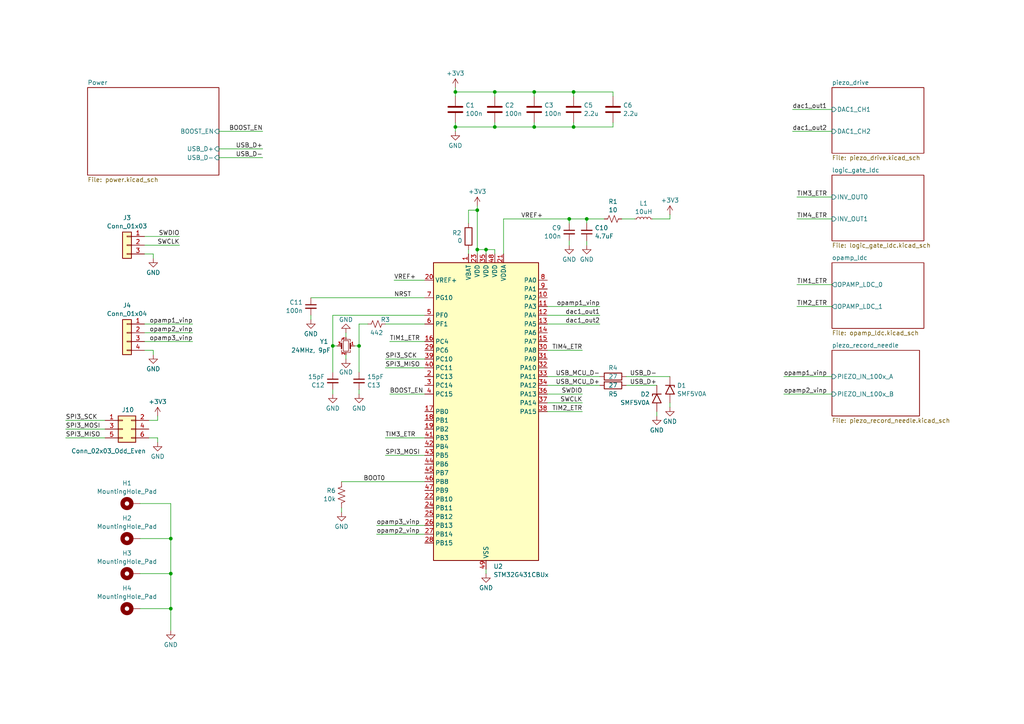
<source format=kicad_sch>
(kicad_sch (version 20250114) (generator "eeschema") (generator_version "9.0")
  (paper "A4")
  (lib_symbols
    (symbol "Connector_Generic:Conn_01x03" (pin_names (offset 1.016) (hide yes))
      (property "Reference" "J" (at 0 5.08 0))
      (property "Value" "Conn_01x03" (at 0 -5.08 0))
      (symbol "Conn_01x03_1_1"
        (rectangle (start -1.27 3.81) (end 1.27 -3.81) (stroke (width 0.254)) (fill (type background)))
        (rectangle (start -1.27 2.667) (end 0 2.413) (stroke (width 0.1524)))
        (rectangle (start -1.27 0.127) (end 0 -0.127) (stroke (width 0.1524)))
        (rectangle (start -1.27 -2.413) (end 0 -2.667) (stroke (width 0.1524)))
        (pin passive line (at -5.08 2.54 0) (length 3.81) (name "Pin_1") (number "1"))
        (pin passive line (at -5.08 0 0) (length 3.81) (name "Pin_2") (number "2"))
        (pin passive line (at -5.08 -2.54 0) (length 3.81) (name "Pin_3") (number "3"))
      )
    )
    (symbol "Connector_Generic:Conn_01x04" (pin_names (offset 1.016) (hide yes))
      (property "Reference" "J" (at 0 5.08 0))
      (property "Value" "Conn_01x04" (at 0 -7.62 0))
      (symbol "Conn_01x04_1_1"
        (rectangle (start -1.27 3.81) (end 1.27 -6.35) (stroke (width 0.254)) (fill (type background)))
        (rectangle (start -1.27 2.667) (end 0 2.413) (stroke (width 0.1524)))
        (rectangle (start -1.27 0.127) (end 0 -0.127) (stroke (width 0.1524)))
        (rectangle (start -1.27 -2.413) (end 0 -2.667) (stroke (width 0.1524)))
        (rectangle (start -1.27 -4.953) (end 0 -5.207) (stroke (width 0.1524)))
        (pin passive line (at -5.08 2.54 0) (length 3.81) (name "Pin_1") (number "1"))
        (pin passive line (at -5.08 0 0) (length 3.81) (name "Pin_2") (number "2"))
        (pin passive line (at -5.08 -2.54 0) (length 3.81) (name "Pin_3") (number "3"))
        (pin passive line (at -5.08 -5.08 0) (length 3.81) (name "Pin_4") (number "4"))
      )
    )
    (symbol "Connector_Generic:Conn_02x03_Odd_Even" (pin_names (offset 1.016) (hide yes))
      (property "Reference" "J" (at 1.27 5.08 0))
      (property "Value" "Conn_02x03_Odd_Even" (at 1.27 -5.08 0))
      (symbol "Conn_02x03_Odd_Even_1_1"
        (rectangle (start -1.27 3.81) (end 3.81 -3.81) (stroke (width 0.254)) (fill (type background)))
        (rectangle (start -1.27 2.667) (end 0 2.413) (stroke (width 0.1524)))
        (rectangle (start -1.27 0.127) (end 0 -0.127) (stroke (width 0.1524)))
        (rectangle (start -1.27 -2.413) (end 0 -2.667) (stroke (width 0.1524)))
        (rectangle (start 3.81 2.667) (end 2.54 2.413) (stroke (width 0.1524)))
        (rectangle (start 3.81 0.127) (end 2.54 -0.127) (stroke (width 0.1524)))
        (rectangle (start 3.81 -2.413) (end 2.54 -2.667) (stroke (width 0.1524)))
        (pin passive line (at -5.08 2.54 0) (length 3.81) (name "Pin_1") (number "1"))
        (pin passive line (at -5.08 0 0) (length 3.81) (name "Pin_3") (number "3"))
        (pin passive line (at -5.08 -2.54 0) (length 3.81) (name "Pin_5") (number "5"))
        (pin passive line (at 7.62 2.54 180) (length 3.81) (name "Pin_2") (number "2"))
        (pin passive line (at 7.62 0 180) (length 3.81) (name "Pin_4") (number "4"))
        (pin passive line (at 7.62 -2.54 180) (length 3.81) (name "Pin_6") (number "6"))
      )
    )
    (symbol "Device:C" (pin_numbers (hide yes)) (pin_names (offset 0.254))
      (property "Reference" "C" (at 0.635 2.54 0))
      (property "Value" "C" (at 0.635 -2.54 0))
      (symbol "C_0_1"
        (polyline (pts (xy -2.032 0.762) (xy 2.032 0.762)) (stroke (width 0.508)))
        (polyline (pts (xy -2.032 -0.762) (xy 2.032 -0.762)) (stroke (width 0.508)))
      )
      (symbol "C_1_1"
        (pin passive line (at 0 3.81 270) (length 2.794) (name "~") (number "1"))
        (pin passive line (at 0 -3.81 90) (length 2.794) (name "~") (number "2"))
      )
    )
    (symbol "Device:C_Small" (pin_numbers (hide yes)) (pin_names (offset 0.254) (hide yes))
      (property "Reference" "C" (at 0.254 1.778 0))
      (property "Value" "C_Small" (at 0.254 -2.032 0))
      (symbol "C_Small_0_1"
        (polyline (pts (xy -1.524 0.508) (xy 1.524 0.508)) (stroke (width 0.3048)))
        (polyline (pts (xy -1.524 -0.508) (xy 1.524 -0.508)) (stroke (width 0.3302)))
      )
      (symbol "C_Small_1_1"
        (pin passive line (at 0 2.54 270) (length 2.032) (name "~") (number "1"))
        (pin passive line (at 0 -2.54 90) (length 2.032) (name "~") (number "2"))
      )
    )
    (symbol "Device:Crystal_GND24_Small" (pin_names (offset 1.016) (hide yes))
      (property "Reference" "Y" (at 1.27 4.445 0))
      (property "Value" "Crystal_GND24_Small" (at 1.27 2.54 0))
      (symbol "Crystal_GND24_Small_0_1"
        (polyline (pts (xy -1.27 1.27) (xy -1.27 1.905) (xy 1.27 1.905) (xy 1.27 1.27)))
        (polyline (pts (xy -1.27 -0.762) (xy -1.27 0.762)) (stroke (width 0.381)))
        (polyline (pts (xy -1.27 -1.27) (xy -1.27 -1.905) (xy 1.27 -1.905) (xy 1.27 -1.27)))
        (rectangle (start -0.762 -1.524) (end 0.762 1.524))
        (polyline (pts (xy 1.27 -0.762) (xy 1.27 0.762)) (stroke (width 0.381)))
      )
      (symbol "Crystal_GND24_Small_1_1"
        (pin passive line (at -2.54 0 0) (length 1.27) (name "1") (number "1"))
        (pin passive line (at 0 2.54 270) (length 0.635) (name "4") (number "4"))
        (pin passive line (at 0 -2.54 90) (length 0.635) (name "2") (number "2"))
        (pin passive line (at 2.54 0 180) (length 1.27) (name "3") (number "3"))
      )
    )
    (symbol "Device:L_Small" (pin_numbers (hide yes)) (pin_names (offset 0.254) (hide yes))
      (property "Reference" "L" (at 0.762 1.016 0))
      (property "Value" "L_Small" (at 0.762 -1.016 0))
      (symbol "L_Small_0_1"
        (arc (start 0 2.032) (mid 0.5058 1.524) (end 0 1.016))
        (arc (start 0 1.016) (mid 0.5058 0.508) (end 0 0))
        (arc (start 0 0) (mid 0.5058 -0.508) (end 0 -1.016))
        (arc (start 0 -1.016) (mid 0.5058 -1.524) (end 0 -2.032))
      )
      (symbol "L_Small_1_1"
        (pin passive line (at 0 2.54 270) (length 0.508) (name "~") (number "1"))
        (pin passive line (at 0 -2.54 90) (length 0.508) (name "~") (number "2"))
      )
    )
    (symbol "Device:R" (pin_numbers (hide yes)) (pin_names (offset 0))
      (property "Reference" "R" (at 2.032 0 90))
      (property "Value" "R" (at 0 0 90))
      (symbol "R_0_1"
        (rectangle (start -1.016 -2.54) (end 1.016 2.54) (stroke (width 0.254)))
      )
      (symbol "R_1_1"
        (pin passive line (at 0 3.81 270) (length 1.27) (name "~") (number "1"))
        (pin passive line (at 0 -3.81 90) (length 1.27) (name "~") (number "2"))
      )
    )
    (symbol "Device:R_Small_US" (pin_numbers (hide yes)) (pin_names (offset 0.254) (hide yes))
      (property "Reference" "R" (at 0.762 0.508 0))
      (property "Value" "R_Small_US" (at 0.762 -1.016 0))
      (symbol "R_Small_US_1_1"
        (polyline (pts (xy 0 1.524) (xy 1.016 1.143) (xy 0 0.762) (xy -1.016 0.381) (xy 0 0)))
        (polyline (pts (xy 0 0) (xy 1.016 -0.381) (xy 0 -0.762) (xy -1.016 -1.143) (xy 0 -1.524)))
        (pin passive line (at 0 2.54 270) (length 1.016) (name "~") (number "1"))
        (pin passive line (at 0 -2.54 90) (length 1.016) (name "~") (number "2"))
      )
    )
    (symbol "Device:R_US" (pin_numbers (hide yes)) (pin_names (offset 0))
      (property "Reference" "R" (at 2.54 0 90))
      (property "Value" "R_US" (at -2.54 0 90))
      (symbol "R_US_0_1"
        (polyline (pts (xy 0 2.286) (xy 0 2.54)))
        (polyline (pts (xy 0 2.286) (xy 1.016 1.905) (xy 0 1.524) (xy -1.016 1.143) (xy 0 0.762)))
        (polyline (pts (xy 0 0.762) (xy 1.016 0.381) (xy 0 0) (xy -1.016 -0.381) (xy 0 -0.762)))
        (polyline (pts (xy 0 -0.762) (xy 1.016 -1.143) (xy 0 -1.524) (xy -1.016 -1.905) (xy 0 -2.286)))
        (polyline (pts (xy 0 -2.286) (xy 0 -2.54)))
      )
      (symbol "R_US_1_1"
        (pin passive line (at 0 3.81 270) (length 1.27) (name "~") (number "1"))
        (pin passive line (at 0 -3.81 90) (length 1.27) (name "~") (number "2"))
      )
    )
    (symbol "Diode:SMF5V0A" (pin_numbers (hide yes)) (pin_names (offset 1.016) (hide yes))
      (property "Reference" "D" (at 0 2.54 0))
      (property "Value" "SMF5V0A" (at 0 -2.54 0))
      (symbol "SMF5V0A_0_1"
        (polyline (pts (xy -0.762 1.27) (xy -1.27 1.27) (xy -1.27 -1.27)) (stroke (width 0.254)))
        (polyline (pts (xy 1.27 1.27) (xy 1.27 -1.27) (xy -1.27 0) (xy 1.27 1.27)) (stroke (width 0.254)))
      )
      (symbol "SMF5V0A_1_1"
        (pin passive line (at -3.81 0 0) (length 2.54) (name "A1") (number "1"))
        (pin passive line (at 3.81 0 180) (length 2.54) (name "A2") (number "2"))
      )
    )
    (symbol "MCU_ST_STM32G4:STM32G431CBUx"
      (property "Reference" "U" (at -15.24 44.45 0))
      (property "Value" "STM32G431CBUx" (at 7.62 44.45 0))
      (symbol "STM32G431CBUx_0_1"
        (rectangle (start -15.24 -43.18) (end 15.24 43.18) (stroke (width 0.254)) (fill (type background)))
      )
      (symbol "STM32G431CBUx_1_1"
        (pin input line (at -17.78 38.1 0) (length 2.54) (name "VREF+") (number "20"))
        (pin bidirectional line (at -17.78 33.02 0) (length 2.54) (name "PG10") (number "7"))
        (pin bidirectional line (at -17.78 27.94 0) (length 2.54) (name "PF0") (number "5"))
        (pin bidirectional line (at -17.78 25.4 0) (length 2.54) (name "PF1") (number "6"))
        (pin bidirectional line (at -17.78 20.32 0) (length 2.54) (name "PC4") (number "16"))
        (pin bidirectional line (at -17.78 17.78 0) (length 2.54) (name "PC6") (number "29"))
        (pin bidirectional line (at -17.78 15.24 0) (length 2.54) (name "PC10") (number "39"))
        (pin bidirectional line (at -17.78 12.7 0) (length 2.54) (name "PC11") (number "40"))
        (pin bidirectional line (at -17.78 10.16 0) (length 2.54) (name "PC13") (number "2"))
        (pin bidirectional line (at -17.78 7.62 0) (length 2.54) (name "PC14") (number "3"))
        (pin bidirectional line (at -17.78 5.08 0) (length 2.54) (name "PC15") (number "4"))
        (pin bidirectional line (at -17.78 0 0) (length 2.54) (name "PB0") (number "17"))
        (pin bidirectional line (at -17.78 -2.54 0) (length 2.54) (name "PB1") (number "18"))
        (pin bidirectional line (at -17.78 -5.08 0) (length 2.54) (name "PB2") (number "19"))
        (pin bidirectional line (at -17.78 -7.62 0) (length 2.54) (name "PB3") (number "41"))
        (pin bidirectional line (at -17.78 -10.16 0) (length 2.54) (name "PB4") (number "42"))
        (pin bidirectional line (at -17.78 -12.7 0) (length 2.54) (name "PB5") (number "43"))
        (pin bidirectional line (at -17.78 -15.24 0) (length 2.54) (name "PB6") (number "44"))
        (pin bidirectional line (at -17.78 -17.78 0) (length 2.54) (name "PB7") (number "45"))
        (pin bidirectional line (at -17.78 -20.32 0) (length 2.54) (name "PB8") (number "46"))
        (pin bidirectional line (at -17.78 -22.86 0) (length 2.54) (name "PB9") (number "47"))
        (pin bidirectional line (at -17.78 -25.4 0) (length 2.54) (name "PB10") (number "22"))
        (pin bidirectional line (at -17.78 -27.94 0) (length 2.54) (name "PB11") (number "24"))
        (pin bidirectional line (at -17.78 -30.48 0) (length 2.54) (name "PB12") (number "25"))
        (pin bidirectional line (at -17.78 -33.02 0) (length 2.54) (name "PB13") (number "26"))
        (pin bidirectional line (at -17.78 -35.56 0) (length 2.54) (name "PB14") (number "27"))
        (pin bidirectional line (at -17.78 -38.1 0) (length 2.54) (name "PB15") (number "28"))
        (pin power_in line (at -5.08 45.72 270) (length 2.54) (name "VBAT") (number "1"))
        (pin power_in line (at -2.54 45.72 270) (length 2.54) (name "VDD") (number "23"))
        (pin power_in line (at 0 45.72 270) (length 2.54) (name "VDD") (number "35"))
        (pin power_in line (at 0 -45.72 90) (length 2.54) (name "VSS") (number "49"))
        (pin power_in line (at 2.54 45.72 270) (length 2.54) (name "VDD") (number "48"))
        (pin power_in line (at 5.08 45.72 270) (length 2.54) (name "VDDA") (number "21"))
        (pin bidirectional line (at 17.78 38.1 180) (length 2.54) (name "PA0") (number "8"))
        (pin bidirectional line (at 17.78 35.56 180) (length 2.54) (name "PA1") (number "9"))
        (pin bidirectional line (at 17.78 33.02 180) (length 2.54) (name "PA2") (number "10"))
        (pin bidirectional line (at 17.78 30.48 180) (length 2.54) (name "PA3") (number "11"))
        (pin bidirectional line (at 17.78 27.94 180) (length 2.54) (name "PA4") (number "12"))
        (pin bidirectional line (at 17.78 25.4 180) (length 2.54) (name "PA5") (number "13"))
        (pin bidirectional line (at 17.78 22.86 180) (length 2.54) (name "PA6") (number "14"))
        (pin bidirectional line (at 17.78 20.32 180) (length 2.54) (name "PA7") (number "15"))
        (pin bidirectional line (at 17.78 17.78 180) (length 2.54) (name "PA8") (number "30"))
        (pin bidirectional line (at 17.78 15.24 180) (length 2.54) (name "PA9") (number "31"))
        (pin bidirectional line (at 17.78 12.7 180) (length 2.54) (name "PA10") (number "32"))
        (pin bidirectional line (at 17.78 10.16 180) (length 2.54) (name "PA11") (number "33"))
        (pin bidirectional line (at 17.78 7.62 180) (length 2.54) (name "PA12") (number "34"))
        (pin bidirectional line (at 17.78 5.08 180) (length 2.54) (name "PA13") (number "36"))
        (pin bidirectional line (at 17.78 2.54 180) (length 2.54) (name "PA14") (number "37"))
        (pin bidirectional line (at 17.78 0 180) (length 2.54) (name "PA15") (number "38"))
      )
    )
    (symbol "Mechanical:MountingHole_Pad" (pin_numbers (hide yes)) (pin_names (offset 1.016) (hide yes)) (exclude_from_sim yes) (in_bom no)
      (property "Reference" "H" (at 0 6.35 0))
      (property "Value" "MountingHole_Pad" (at 0 4.445 0))
      (symbol "MountingHole_Pad_0_1"
        (circle (center 0 1.27) (radius 1.27) (stroke (width 1.27)))
      )
      (symbol "MountingHole_Pad_1_1"
        (pin input line (at 0 -2.54 90) (length 2.54) (name "1") (number "1"))
      )
    )
    (symbol "power:+3.3V" (power) (pin_numbers (hide yes)) (pin_names (offset 0) (hide yes))
      (property "Value" "+3.3V" (at 0 3.556 0))
      (symbol "+3.3V_0_1"
        (polyline (pts (xy -0.762 1.27) (xy 0 2.54)))
        (polyline (pts (xy 0 2.54) (xy 0.762 1.27)))
        (polyline (pts (xy 0 0) (xy 0 2.54)))
      )
      (symbol "+3.3V_1_1"
        (pin power_in line (at 0 0 90) (length 0) (name "~") (number "1"))
      )
    )
    (symbol "power:+3V3" (power) (pin_names (offset 0))
      (property "Value" "+3V3" (at 0 3.556 0))
      (symbol "+3V3_0_1"
        (polyline (pts (xy -0.762 1.27) (xy 0 2.54)))
        (polyline (pts (xy 0 2.54) (xy 0.762 1.27)))
        (polyline (pts (xy 0 0) (xy 0 2.54)))
      )
      (symbol "+3V3_1_1"
        (pin power_in line (at 0 0 90) (length 0) (hide yes) (name "+3V3") (number "1"))
      )
    )
    (symbol "power:GND" (power) (pin_names (offset 0))
      (property "Value" "GND" (at 0 -3.81 0))
      (symbol "GND_0_1"
        (polyline (pts (xy 0 0) (xy 0 -1.27) (xy 1.27 -1.27) (xy 0 -2.54) (xy -1.27 -1.27) (xy 0 -1.27)))
      )
      (symbol "GND_1_1"
        (pin power_in line (at 0 0 270) (length 0) (hide yes) (name "GND") (number "1"))
      )
    )
  )
  (junction (at 154.94 26.67))
  (junction (at 49.53 156.21))
  (junction (at 165.1 63.5))
  (junction (at 138.43 60.96))
  (junction (at 143.51 36.83))
  (junction (at 166.37 36.83))
  (junction (at 132.08 26.67))
  (junction (at 166.37 26.67))
  (junction (at 154.94 36.83))
  (junction (at 140.97 72.39))
  (junction (at 138.43 72.39))
  (junction (at 104.14 100.33))
  (junction (at 143.51 26.67))
  (junction (at 170.18 63.5))
  (junction (at 96.52 100.33))
  (junction (at 49.53 166.37))
  (junction (at 49.53 176.53))
  (junction (at 132.08 36.83))
  (wire (pts (xy 165.1 63.5) (xy 165.1 64.77)))
  (wire (pts (xy 132.08 36.83) (xy 132.08 38.1)))
  (wire (pts (xy 154.94 26.67) (xy 166.37 26.67)))
  (wire (pts (xy 194.31 118.11) (xy 194.31 116.84)))
  (wire (pts (xy 111.76 106.68) (xy 123.19 106.68)))
  (wire (pts (xy 41.91 93.98) (xy 55.88 93.98)))
  (wire (pts (xy 180.34 63.5) (xy 184.15 63.5)))
  (wire (pts (xy 104.14 113.03) (xy 104.14 114.3)))
  (wire (pts (xy 43.18 127) (xy 45.72 127)))
  (wire (pts (xy 166.37 35.56) (xy 166.37 36.83)))
  (wire (pts (xy 158.75 93.98) (xy 173.99 93.98)))
  (wire (pts (xy 49.53 146.05) (xy 49.53 156.21)))
  (wire (pts (xy 132.08 25.4) (xy 132.08 26.67)))
  (wire (pts (xy 140.97 72.39) (xy 140.97 73.66)))
  (wire (pts (xy 241.3 31.75) (xy 229.87 31.75)))
  (wire (pts (xy 241.3 109.22) (xy 227.33 109.22)))
  (wire (pts (xy 143.51 26.67) (xy 154.94 26.67)))
  (wire (pts (xy 190.5 111.76) (xy 181.61 111.76)))
  (wire (pts (xy 146.05 63.5) (xy 165.1 63.5)))
  (wire (pts (xy 41.91 96.52) (xy 55.88 96.52)))
  (wire (pts (xy 104.14 93.98) (xy 104.14 100.33)))
  (wire (pts (xy 45.72 121.92) (xy 43.18 121.92)))
  (wire (pts (xy 96.52 91.44) (xy 96.52 100.33)))
  (wire (pts (xy 231.14 88.9) (xy 241.3 88.9)))
  (wire (pts (xy 190.5 120.65) (xy 190.5 119.38)))
  (wire (pts (xy 132.08 36.83) (xy 143.51 36.83)))
  (wire (pts (xy 114.3 81.28) (xy 123.19 81.28)))
  (wire (pts (xy 165.1 63.5) (xy 170.18 63.5)))
  (wire (pts (xy 189.23 63.5) (xy 194.31 63.5)))
  (wire (pts (xy 132.08 26.67) (xy 132.08 27.94)))
  (wire (pts (xy 146.05 63.5) (xy 146.05 73.66)))
  (wire (pts (xy 158.75 88.9) (xy 173.99 88.9)))
  (wire (pts (xy 135.89 60.96) (xy 138.43 60.96)))
  (wire (pts (xy 100.33 102.87) (xy 100.33 104.14)))
  (wire (pts (xy 40.64 146.05) (xy 49.53 146.05)))
  (wire (pts (xy 96.52 113.03) (xy 96.52 114.3)))
  (wire (pts (xy 99.06 139.7) (xy 123.19 139.7)))
  (wire (pts (xy 111.76 104.14) (xy 123.19 104.14)))
  (wire (pts (xy 44.45 101.6) (xy 44.45 102.87)))
  (wire (pts (xy 40.64 156.21) (xy 49.53 156.21)))
  (wire (pts (xy 132.08 35.56) (xy 132.08 36.83)))
  (wire (pts (xy 138.43 72.39) (xy 140.97 72.39)))
  (wire (pts (xy 166.37 26.67) (xy 166.37 27.94)))
  (wire (pts (xy 143.51 36.83) (xy 154.94 36.83)))
  (wire (pts (xy 102.87 100.33) (xy 104.14 100.33)))
  (wire (pts (xy 138.43 59.69) (xy 138.43 60.96)))
  (wire (pts (xy 41.91 73.66) (xy 44.45 73.66)))
  (wire (pts (xy 158.75 116.84) (xy 168.91 116.84)))
  (wire (pts (xy 49.53 156.21) (xy 49.53 166.37)))
  (wire (pts (xy 49.53 176.53) (xy 49.53 182.88)))
  (wire (pts (xy 123.19 154.94) (xy 109.22 154.94)))
  (wire (pts (xy 123.19 91.44) (xy 96.52 91.44)))
  (wire (pts (xy 140.97 166.37) (xy 140.97 165.1)))
  (wire (pts (xy 135.89 73.66) (xy 135.89 72.39)))
  (wire (pts (xy 231.14 57.15) (xy 241.3 57.15)))
  (wire (pts (xy 166.37 26.67) (xy 177.8 26.67)))
  (wire (pts (xy 170.18 63.5) (xy 175.26 63.5)))
  (wire (pts (xy 41.91 68.58) (xy 52.07 68.58)))
  (wire (pts (xy 45.72 120.65) (xy 45.72 121.92)))
  (wire (pts (xy 19.05 127) (xy 30.48 127)))
  (wire (pts (xy 154.94 36.83) (xy 166.37 36.83)))
  (wire (pts (xy 123.19 99.06) (xy 113.03 99.06)))
  (wire (pts (xy 19.05 121.92) (xy 30.48 121.92)))
  (wire (pts (xy 44.45 73.66) (xy 44.45 74.93)))
  (wire (pts (xy 63.5 43.18) (xy 76.2 43.18)))
  (wire (pts (xy 138.43 72.39) (xy 138.43 73.66)))
  (wire (pts (xy 135.89 64.77) (xy 135.89 60.96)))
  (wire (pts (xy 241.3 38.1) (xy 229.87 38.1)))
  (wire (pts (xy 45.72 127) (xy 45.72 128.27)))
  (wire (pts (xy 170.18 64.77) (xy 170.18 63.5)))
  (wire (pts (xy 132.08 26.67) (xy 143.51 26.67)))
  (wire (pts (xy 231.14 82.55) (xy 241.3 82.55)))
  (wire (pts (xy 194.31 63.5) (xy 194.31 62.23)))
  (wire (pts (xy 158.75 111.76) (xy 173.99 111.76)))
  (wire (pts (xy 158.75 114.3) (xy 168.91 114.3)))
  (wire (pts (xy 123.19 127) (xy 111.76 127)))
  (wire (pts (xy 104.14 100.33) (xy 104.14 107.95)))
  (wire (pts (xy 158.75 109.22) (xy 173.99 109.22)))
  (wire (pts (xy 41.91 99.06) (xy 55.88 99.06)))
  (wire (pts (xy 111.76 93.98) (xy 123.19 93.98)))
  (wire (pts (xy 90.17 92.71) (xy 90.17 91.44)))
  (wire (pts (xy 177.8 26.67) (xy 177.8 27.94)))
  (wire (pts (xy 154.94 26.67) (xy 154.94 27.94)))
  (wire (pts (xy 113.03 114.3) (xy 123.19 114.3)))
  (wire (pts (xy 49.53 166.37) (xy 49.53 176.53)))
  (wire (pts (xy 104.14 93.98) (xy 106.68 93.98)))
  (wire (pts (xy 241.3 114.3) (xy 227.33 114.3)))
  (wire (pts (xy 96.52 100.33) (xy 96.52 107.95)))
  (wire (pts (xy 100.33 96.52) (xy 100.33 97.79)))
  (wire (pts (xy 140.97 72.39) (xy 143.51 72.39)))
  (wire (pts (xy 138.43 60.96) (xy 138.43 72.39)))
  (wire (pts (xy 154.94 35.56) (xy 154.94 36.83)))
  (wire (pts (xy 111.76 132.08) (xy 123.19 132.08)))
  (wire (pts (xy 231.14 63.5) (xy 241.3 63.5)))
  (wire (pts (xy 143.51 35.56) (xy 143.51 36.83)))
  (wire (pts (xy 40.64 166.37) (xy 49.53 166.37)))
  (wire (pts (xy 19.05 124.46) (xy 30.48 124.46)))
  (wire (pts (xy 99.06 147.32) (xy 99.06 148.59)))
  (wire (pts (xy 181.61 109.22) (xy 194.31 109.22)))
  (wire (pts (xy 41.91 101.6) (xy 44.45 101.6)))
  (wire (pts (xy 63.5 45.72) (xy 76.2 45.72)))
  (wire (pts (xy 158.75 101.6) (xy 168.91 101.6)))
  (wire (pts (xy 170.18 69.85) (xy 170.18 71.12)))
  (wire (pts (xy 76.2 38.1) (xy 63.5 38.1)))
  (wire (pts (xy 166.37 36.83) (xy 177.8 36.83)))
  (wire (pts (xy 123.19 152.4) (xy 109.22 152.4)))
  (wire (pts (xy 158.75 91.44) (xy 173.99 91.44)))
  (wire (pts (xy 143.51 72.39) (xy 143.51 73.66)))
  (wire (pts (xy 143.51 26.67) (xy 143.51 27.94)))
  (wire (pts (xy 165.1 69.85) (xy 165.1 71.12)))
  (wire (pts (xy 97.79 100.33) (xy 96.52 100.33)))
  (wire (pts (xy 90.17 86.36) (xy 123.19 86.36)))
  (wire (pts (xy 158.75 119.38) (xy 168.91 119.38)))
  (wire (pts (xy 40.64 176.53) (xy 49.53 176.53)))
  (wire (pts (xy 177.8 35.56) (xy 177.8 36.83)))
  (wire (pts (xy 41.91 71.12) (xy 52.07 71.12)))
  (label "dac1_out2" (at 229.87 38.1 0))
  (label "SPI3_SCK" (at 19.05 121.92 0))
  (label "TIM3_ETR" (at 231.14 57.15 0))
  (label "opamp1_vinp" (at 227.33 109.22 0))
  (label "VREF+" (at 151.13 63.5 0))
  (label "opamp2_vinp" (at 227.33 114.3 0))
  (label "opamp3_vinp" (at 55.88 99.06 180))
  (label "NRST" (at 114.3 86.36 0))
  (label "TIM3_ETR" (at 111.76 127 0))
  (label "opamp1_vinp" (at 173.99 88.9 180))
  (label "SWDIO" (at 168.91 114.3 180))
  (label "opamp2_vinp" (at 55.88 96.52 180))
  (label "USB_D+" (at 190.5 111.76 180))
  (label "USB_MCU_D+" (at 173.99 111.76 180))
  (label "opamp3_vinp" (at 109.22 152.4 0))
  (label "TIM1_ETR" (at 231.14 82.55 0))
  (label "USB_D+" (at 76.2 43.18 180))
  (label "dac1_out2" (at 173.99 93.98 180))
  (label "SPI3_MOSI" (at 19.05 124.46 0))
  (label "BOOST_EN" (at 76.2 38.1 180))
  (label "dac1_out1" (at 229.87 31.75 0))
  (label "opamp2_vinp" (at 109.22 154.94 0))
  (label "SWDIO" (at 52.07 68.58 180))
  (label "SPI3_SCK" (at 111.76 104.14 0))
  (label "BOOT0" (at 105.41 139.7 0))
  (label "USB_D-" (at 190.5 109.22 180))
  (label "BOOST_EN" (at 113.03 114.3 0))
  (label "TIM2_ETR" (at 168.91 119.38 180))
  (label "SPI3_MOSI" (at 111.76 132.08 0))
  (label "SWCLK" (at 168.91 116.84 180))
  (label "TIM4_ETR" (at 168.91 101.6 180))
  (label "dac1_out1" (at 173.99 91.44 180))
  (label "SPI3_MISO" (at 19.05 127 0))
  (label "SWCLK" (at 52.07 71.12 180))
  (label "TIM1_ETR" (at 113.03 99.06 0))
  (label "TIM4_ETR" (at 231.14 63.5 0))
  (label "opamp1_vinp" (at 55.88 93.98 180))
  (label "USB_MCU_D-" (at 173.99 109.22 180))
  (label "SPI3_MISO" (at 111.76 106.68 0))
  (label "TIM2_ETR" (at 231.14 88.9 0))
  (label "USB_D-" (at 76.2 45.72 180))
  (label "VREF+" (at 114.3 81.28 0))
  (symbol (lib_id "power:GND") (at 44.45 102.87 0) (mirror y) (unit 1)
    (property "Reference" "#PWR021" (effects (hide yes)))
    (property "Value" "GND" (at 44.45 107.0031 0))
    (property "Description" "Power symbol creates a global label with name \"GND\" , ground" (effects (hide yes)))
  )
  (symbol (lib_id "power:GND") (at 190.5 120.65 0) (unit 1)
    (property "Reference" "#PWR020" (effects (hide yes)))
    (property "Value" "GND" (at 190.5 124.7831 0))
  )
  (symbol (lib_id "Device:R_Small_US") (at 109.22 93.98 90) (unit 1)
    (property "Reference" "R3" (at 111.76 92.71 90))
    (property "Value" "442" (at 109.22 96.52 90))
    (property "Footprint" "Resistor_SMD:R_0402_1005Metric" (effects (hide yes)))
    (property "LCSC" "C126137" (effects (hide yes)))
  )
  (symbol (lib_id "Device:R_US") (at 99.06 143.51 0) (mirror y) (unit 1)
    (property "Reference" "R6" (at 97.409 142.2979 0) (effects (justify left)))
    (property "Value" "10k" (at 97.409 144.7221 0) (effects (justify left)))
    (property "Footprint" "Resistor_SMD:R_0402_1005Metric" (effects (hide yes)))
    (property "LCSC" "C25744" (effects (hide yes)))
  )
  (symbol (lib_id "Device:L_Small") (at 186.69 63.5 90) (unit 1)
    (property "Reference" "L1" (at 186.69 58.9769 90))
    (property "Value" "10uH" (at 186.69 61.4011 90))
    (property "Footprint" "Inductor_SMD:L_0603_1608Metric" (effects (hide yes)))
    (property "LCSC" "C51942" (effects (hide yes)))
  )
  (symbol (lib_id "Device:C") (at 177.8 31.75 0) (unit 1)
    (property "Reference" "C6" (at 180.721 30.5379 0) (effects (justify left)))
    (property "Value" "2.2u" (at 180.721 32.9621 0) (effects (justify left)))
    (property "Footprint" "Capacitor_SMD:C_0402_1005Metric" (effects (hide yes)))
    (property "LCSC" "C12530" (effects (hide yes)))
  )
  (symbol (lib_id "Device:R") (at 177.8 109.22 90) (unit 1)
    (property "Reference" "R4" (at 177.8 106.68 90))
    (property "Value" "27" (at 177.8 109.22 90))
    (property "Footprint" "Resistor_SMD:R_0402_1005Metric" (effects (hide yes)))
    (property "LCSC" "C25100" (effects (hide yes)))
  )
  (symbol (lib_id "Diode:SMF5V0A") (at 194.31 113.03 270) (unit 1)
    (property "Reference" "D1" (at 196.342 111.8178 90) (effects (justify left)))
    (property "Value" "SMF5V0A" (at 196.342 114.2421 90) (effects (justify left)))
    (property "Footprint" "Diode_SMD:D_SOD-123F" (effects (hide yes)))
    (property "Datasheet" "https://www.vishay.com/doc?85881" (effects (hide yes)))
    (property "Description" "200W unidirectional Transil Transient Voltage Suppressor, 5Vrwm, SMF" (effects (hide yes)))
    (property "LCSC" "C19077497" (effects (hide yes)))
  )
  (symbol (lib_id "power:+3V3") (at 132.08 25.4 0) (unit 1)
    (property "Reference" "#PWR01" (effects (hide yes)))
    (property "Value" "+3V3" (at 132.08 21.2669 0))
  )
  (symbol (lib_id "Device:C") (at 143.51 31.75 0) (unit 1)
    (property "Reference" "C2" (at 146.431 30.5379 0) (effects (justify left)))
    (property "Value" "100n" (at 146.431 32.9621 0) (effects (justify left)))
    (property "Footprint" "Capacitor_SMD:C_0402_1005Metric" (effects (hide yes)))
    (property "LCSC" "C307331" (effects (hide yes)))
  )
  (symbol (lib_id "Connector_Generic:Conn_01x03") (at 36.83 71.12 0) (mirror y) (unit 1)
    (property "Reference" "J3" (at 36.83 63.1655 0))
    (property "Value" "Conn_01x03" (at 36.83 65.5898 0))
    (property "Footprint" "Connector_PinSocket_2.54mm:PinSocket_1x03_P2.54mm_Vertical" (effects (hide yes)))
    (property "Description" "Generic connector, single row, 01x03, script generated (kicad-library-utils/schlib/autogen/connector/)" (effects (hide yes)))
  )
  (symbol (lib_id "power:GND") (at 100.33 104.14 0) (mirror y) (unit 1)
    (property "Reference" "#PWR015" (effects (hide yes)))
    (property "Value" "GND" (at 100.33 107.95 0))
    (property "Description" "Power symbol creates a global label with name \"GND\" , ground" (effects (hide yes)))
  )
  (symbol (lib_id "Connector_Generic:Conn_01x04") (at 36.83 96.52 0) (mirror y) (unit 1)
    (property "Reference" "J4" (at 36.83 88.5655 0))
    (property "Value" "Conn_01x04" (at 36.83 90.9898 0))
    (property "Footprint" "Connector_PinSocket_2.54mm:PinSocket_1x04_P2.54mm_Vertical" (effects (hide yes)))
    (property "Description" "Generic connector, single row, 01x04, script generated (kicad-library-utils/schlib/autogen/connector/)" (effects (hide yes)))
  )
  (symbol (lib_id "Mechanical:MountingHole_Pad") (at 38.1 166.37 90) (unit 1) (exclude_from_sim yes) (in_bom no)
    (property "Reference" "H3" (at 36.83 160.4475 90))
    (property "Value" "MountingHole_Pad" (at 36.83 162.8718 90))
    (property "Footprint" "MountingHole:MountingHole_2.2mm_M2_DIN965_Pad" (effects (hide yes)))
    (property "Description" "Mounting Hole with connection" (effects (hide yes)))
  )
  (symbol (lib_id "power:GND") (at 100.33 96.52 0) (mirror x) (unit 1)
    (property "Reference" "#PWR014" (effects (hide yes)))
    (property "Value" "GND" (at 100.33 92.71 0))
    (property "Description" "Power symbol creates a global label with name \"GND\" , ground" (effects (hide yes)))
  )
  (symbol (lib_id "power:+3V3") (at 45.72 120.65 0) (unit 1)
    (property "Reference" "#PWR023" (effects (hide yes)))
    (property "Value" "+3V3" (at 45.72 116.5169 0))
  )
  (symbol (lib_id "Device:R") (at 177.8 111.76 90) (mirror x) (unit 1)
    (property "Reference" "R5" (at 177.8 114.3 90))
    (property "Value" "27" (at 177.8 111.76 90))
    (property "Footprint" "Resistor_SMD:R_0402_1005Metric" (effects (hide yes)))
    (property "LCSC" "C25100" (effects (hide yes)))
  )
  (symbol (lib_id "Device:R_Small_US") (at 177.8 63.5 90) (unit 1)
    (property "Reference" "R1" (at 177.8 58.4667 90))
    (property "Value" "10" (at 177.8 60.8909 90))
    (property "Footprint" "Resistor_SMD:R_0402_1005Metric" (effects (hide yes)))
    (property "LCSC" "C409845" (effects (hide yes)))
  )
  (symbol (lib_id "Mechanical:MountingHole_Pad") (at 38.1 146.05 90) (unit 1) (exclude_from_sim yes) (in_bom no)
    (property "Reference" "H1" (at 36.83 140.1275 90))
    (property "Value" "MountingHole_Pad" (at 36.83 142.5518 90))
    (property "Footprint" "MountingHole:MountingHole_2.2mm_M2_DIN965_Pad" (effects (hide yes)))
    (property "Description" "Mounting Hole with connection" (effects (hide yes)))
  )
  (symbol (lib_id "Device:C_Small") (at 96.52 110.49 0) (unit 1)
    (property "Reference" "C12" (at 94.1959 111.7085 0) (effects (justify right)))
    (property "Value" "15pF" (at 94.1959 109.2843 0) (effects (justify right)))
    (property "Footprint" "Capacitor_SMD:C_0402_1005Metric" (effects (hide yes)))
    (property "LCSC" "C1548" (effects (hide yes)))
  )
  (symbol (lib_id "power:+3V3") (at 138.43 59.69 0) (unit 1)
    (property "Reference" "#PWR07" (effects (hide yes)))
    (property "Value" "+3V3" (at 138.43 55.5569 0))
  )
  (symbol (lib_id "Device:C") (at 132.08 31.75 0) (unit 1)
    (property "Reference" "C1" (at 135.001 30.5379 0) (effects (justify left)))
    (property "Value" "100n" (at 135.001 32.9621 0) (effects (justify left)))
    (property "Footprint" "Capacitor_SMD:C_0402_1005Metric" (effects (hide yes)))
    (property "LCSC" "C307331" (effects (hide yes)))
  )
  (symbol (lib_id "power:GND") (at 99.06 148.59 0) (mirror y) (unit 1)
    (property "Reference" "#PWR022" (effects (hide yes)))
    (property "Value" "GND" (at 99.06 152.7231 0))
    (property "Description" "Power symbol creates a global label with name \"GND\" , ground" (effects (hide yes)))
  )
  (symbol (lib_id "Device:C_Small") (at 170.18 67.31 180) (unit 1)
    (property "Reference" "C10" (at 172.5041 66.0915 0) (effects (justify right)))
    (property "Value" "4.7uF" (at 172.5041 68.5157 0) (effects (justify right)))
    (property "Footprint" "Capacitor_SMD:C_0402_1005Metric" (effects (hide yes)))
    (property "LCSC" "C23733" (effects (hide yes)))
  )
  (symbol (lib_id "power:GND") (at 45.72 128.27 0) (mirror y) (unit 1)
    (property "Reference" "#PWR025" (effects (hide yes)))
    (property "Value" "GND" (at 45.72 132.4031 0))
    (property "Description" "Power symbol creates a global label with name \"GND\" , ground" (effects (hide yes)))
  )
  (symbol (lib_id "power:GND") (at 170.18 71.12 0) (unit 1)
    (property "Reference" "#PWR012" (effects (hide yes)))
    (property "Value" "GND" (at 170.18 75.2531 0))
    (property "Description" "Power symbol creates a global label with name \"GND\" , ground" (effects (hide yes)))
  )
  (symbol (lib_id "power:GND") (at 140.97 166.37 0) (mirror y) (unit 1)
    (property "Reference" "#PWR024" (effects (hide yes)))
    (property "Value" "GND" (at 140.97 170.5031 0))
    (property "Description" "Power symbol creates a global label with name \"GND\" , ground" (effects (hide yes)))
  )
  (symbol (lib_id "MCU_ST_STM32G4:STM32G431CBUx") (at 140.97 119.38 0) (unit 1)
    (property "Reference" "U2" (at 143.1133 164.2801 0) (effects (justify left)))
    (property "Value" "STM32G431CBUx" (at 143.1133 166.7044 0) (effects (justify left)))
    (property "Footprint" "Package_DFN_QFN:QFN-48-1EP_7x7mm_P0.5mm_EP5.6x5.6mm" (effects (hide yes)))
    (property "Datasheet" "https://www.st.com/resource/en/datasheet/stm32g431cb.pdf" (effects (hide yes)))
    (property "Description" "STMicroelectronics Arm Cortex-M4 MCU, 128KB flash, 32KB RAM, 170 MHz, 1.71-3.6V, 42 GPIO, UFQFPN48" (effects (hide yes)))
    (property "LCSC" "C529356" (effects (hide yes)))
  )
  (symbol (lib_id "power:GND") (at 49.53 182.88 0) (mirror y) (unit 1)
    (property "Reference" "#PWR069" (effects (hide yes)))
    (property "Value" "GND" (at 49.53 187.0131 0))
    (property "Description" "Power symbol creates a global label with name \"GND\" , ground" (effects (hide yes)))
  )
  (symbol (lib_id "power:GND") (at 104.14 114.3 0) (mirror y) (unit 1)
    (property "Reference" "#PWR017" (effects (hide yes)))
    (property "Value" "GND" (at 104.14 118.4331 0))
    (property "Description" "Power symbol creates a global label with name \"GND\" , ground" (effects (hide yes)))
  )
  (symbol (lib_id "Device:C_Small") (at 104.14 110.49 0) (mirror y) (unit 1)
    (property "Reference" "C13" (at 106.4641 111.7085 0) (effects (justify right)))
    (property "Value" "15pF" (at 106.4641 109.2843 0) (effects (justify right)))
    (property "Footprint" "Capacitor_SMD:C_0402_1005Metric" (effects (hide yes)))
    (property "LCSC" "C1548" (effects (hide yes)))
  )
  (symbol (lib_id "Mechanical:MountingHole_Pad") (at 38.1 156.21 90) (unit 1) (exclude_from_sim yes) (in_bom no)
    (property "Reference" "H2" (at 36.83 150.2875 90))
    (property "Value" "MountingHole_Pad" (at 36.83 152.7118 90))
    (property "Footprint" "MountingHole:MountingHole_2.2mm_M2_DIN965_Pad" (effects (hide yes)))
    (property "Description" "Mounting Hole with connection" (effects (hide yes)))
  )
  (symbol (lib_id "Device:C_Small") (at 165.1 67.31 0) (mirror y) (unit 1)
    (property "Reference" "C9" (at 162.7759 66.1042 0) (effects (justify left)))
    (property "Value" "100n" (at 162.7759 68.5284 0) (effects (justify left)))
    (property "Footprint" "Capacitor_SMD:C_0402_1005Metric" (effects (hide yes)))
    (property "LCSC" "C307331" (effects (hide yes)))
  )
  (symbol (lib_id "power:GND") (at 90.17 92.71 0) (mirror y) (unit 1)
    (property "Reference" "#PWR013" (effects (hide yes)))
    (property "Value" "GND" (at 90.17 96.8431 0))
    (property "Description" "Power symbol creates a global label with name \"GND\" , ground" (effects (hide yes)))
  )
  (symbol (lib_id "power:GND") (at 44.45 74.93 0) (mirror y) (unit 1)
    (property "Reference" "#PWR018" (effects (hide yes)))
    (property "Value" "GND" (at 44.45 79.0631 0))
    (property "Description" "Power symbol creates a global label with name \"GND\" , ground" (effects (hide yes)))
  )
  (symbol (lib_id "power:GND") (at 194.31 118.11 0) (unit 1)
    (property "Reference" "#PWR019" (effects (hide yes)))
    (property "Value" "GND" (at 194.31 122.2431 0))
  )
  (symbol (lib_id "Device:C_Small") (at 90.17 88.9 0) (mirror y) (unit 1)
    (property "Reference" "C11" (at 87.8459 87.6942 0) (effects (justify left)))
    (property "Value" "100n" (at 87.8459 90.1184 0) (effects (justify left)))
    (property "Footprint" "Capacitor_SMD:C_0402_1005Metric" (effects (hide yes)))
    (property "LCSC" "C307331" (effects (hide yes)))
  )
  (symbol (lib_id "power:GND") (at 132.08 38.1 0) (unit 1)
    (property "Reference" "#PWR04" (effects (hide yes)))
    (property "Value" "GND" (at 132.08 42.2331 0))
  )
  (symbol (lib_id "power:GND") (at 165.1 71.12 0) (unit 1)
    (property "Reference" "#PWR011" (effects (hide yes)))
    (property "Value" "GND" (at 165.1 75.2531 0))
    (property "Description" "Power symbol creates a global label with name \"GND\" , ground" (effects (hide yes)))
  )
  (symbol (lib_id "power:+3.3V") (at 194.31 62.23 0) (unit 1)
    (property "Reference" "#PWR09" (effects (hide yes)))
    (property "Value" "+3V3" (at 194.31 58.0969 0))
    (property "Description" "Power symbol creates a global label with name \"+3.3V\"" (effects (hide yes)))
  )
  (symbol (lib_id "Mechanical:MountingHole_Pad") (at 38.1 176.53 90) (unit 1) (exclude_from_sim yes) (in_bom no)
    (property "Reference" "H4" (at 36.83 170.6075 90))
    (property "Value" "MountingHole_Pad" (at 36.83 173.0318 90))
    (property "Footprint" "MountingHole:MountingHole_2.2mm_M2_DIN965_Pad" (effects (hide yes)))
    (property "Description" "Mounting Hole with connection" (effects (hide yes)))
  )
  (symbol (lib_id "Device:C") (at 154.94 31.75 0) (unit 1)
    (property "Reference" "C3" (at 157.861 30.5379 0) (effects (justify left)))
    (property "Value" "100n" (at 157.861 32.9621 0) (effects (justify left)))
    (property "Footprint" "Capacitor_SMD:C_0402_1005Metric" (effects (hide yes)))
    (property "LCSC" "C307331" (effects (hide yes)))
  )
  (symbol (lib_id "Device:C") (at 166.37 31.75 0) (unit 1)
    (property "Reference" "C5" (at 169.291 30.5379 0) (effects (justify left)))
    (property "Value" "2.2u" (at 169.291 32.9621 0) (effects (justify left)))
    (property "Footprint" "Capacitor_SMD:C_0402_1005Metric" (effects (hide yes)))
    (property "LCSC" "C12530" (effects (hide yes)))
  )
  (symbol (lib_id "Device:Crystal_GND24_Small") (at 100.33 100.33 0) (mirror y) (unit 1)
    (property "Reference" "Y1" (at 93.98 99.06 0))
    (property "Value" "24MHz, 9pF" (at 90.17 101.6 0))
    (property "Footprint" "Crystal:Crystal_SMD_SeikoEpson_FA128-4Pin_2.0x1.6mm" (effects (hide yes)))
    (property "LCSC" "C2929399" (effects (hide yes)))
  )
  (symbol (lib_id "power:GND") (at 96.52 114.3 0) (mirror y) (unit 1)
    (property "Reference" "#PWR016" (effects (hide yes)))
    (property "Value" "GND" (at 96.52 118.4331 0))
    (property "Description" "Power symbol creates a global label with name \"GND\" , ground" (effects (hide yes)))
  )
  (symbol (lib_id "Device:R") (at 135.89 68.58 0) (mirror y) (unit 1)
    (property "Reference" "R2" (at 133.858 67.564 0) (effects (justify left)))
    (property "Value" "0" (at 134.112 69.7921 0) (effects (justify left)))
    (property "Footprint" "Resistor_SMD:R_0603_1608Metric" (effects (hide yes)))
    (property "LCSC" "C21189" (effects (hide yes)))
  )
  (symbol (lib_id "Connector_Generic:Conn_02x03_Odd_Even") (at 35.56 124.46 0) (unit 1)
    (property "Reference" "J10" (at 37.084 118.872 0))
    (property "Value" "Conn_02x03_Odd_Even" (at 31.496 130.81 0))
    (property "Footprint" "Connector_PinHeader_2.54mm:PinHeader_2x03_P2.54mm_Vertical" (effects (hide yes)))
    (property "Description" "Generic connector, double row, 02x03, odd/even pin numbering scheme (row 1 odd numbers, row 2 even numbers), script generated (kicad-library-utils/schlib/autogen/connector/)" (effects (hide yes)))
  )
  (symbol (lib_id "Diode:SMF5V0A") (at 190.5 115.57 90) (mirror x) (unit 1)
    (property "Reference" "D2" (at 188.468 114.3578 90) (effects (justify left)))
    (property "Value" "SMF5V0A" (at 188.468 116.7821 90) (effects (justify left)))
    (property "Footprint" "Diode_SMD:D_SOD-123F" (effects (hide yes)))
    (property "Datasheet" "https://www.vishay.com/doc?85881" (effects (hide yes)))
    (property "Description" "200W unidirectional Transil Transient Voltage Suppressor, 5Vrwm, SMF" (effects (hide yes)))
    (property "LCSC" "C19077497" (effects (hide yes)))
  )
  (sheet (at 241.3 50.8) (size 26.67 19.05) (stroke (width 0.1524))
    (property "Sheetname" "logic_gate_ldc" (at 241.3 50.0884 0) (effects (justify left bottom)))
    (property "Sheetfile" "logic_gate_ldc.kicad_sch" (at 241.3 70.4346 0) (effects (justify left top)))
    (pin "INV_OUT0" input (at 241.3 57.15 180))
    (pin "INV_OUT1" input (at 241.3 63.5 180))
  )
  (sheet (at 241.3 25.4) (size 26.67 19.05) (stroke (width 0.1524))
    (property "Sheetname" "piezo_drive" (at 241.3 24.6884 0) (effects (justify left bottom)))
    (property "Sheetfile" "piezo_drive.kicad_sch" (at 241.3 45.0346 0) (effects (justify left top)))
    (pin "DAC1_CH1" input (at 241.3 31.75 180))
    (pin "DAC1_CH2" input (at 241.3 38.1 180))
  )
  (sheet (at 241.3 76.2) (size 26.67 19.05) (stroke (width 0.1524))
    (property "Sheetname" "opamp_ldc" (at 241.3 75.4884 0) (effects (justify left bottom)))
    (property "Sheetfile" "opamp_ldc.kicad_sch" (at 241.3 95.8346 0) (effects (justify left top)))
    (pin "OPAMP_LDC_0" output (at 241.3 82.55 180))
    (pin "OPAMP_LDC_1" output (at 241.3 88.9 180))
  )
  (sheet (at 241.3 101.6) (size 25.4 19.05) (stroke (width 0.1524))
    (property "Sheetname" "piezo_record_needle" (at 241.3 100.8884 0) (effects (justify left bottom)))
    (property "Sheetfile" "piezo_record_needle.kicad_sch" (at 241.3 121.2346 0) (effects (justify left top)))
    (pin "PIEZO_IN_100x_A" input (at 241.3 109.22 180))
    (pin "PIEZO_IN_100x_B" input (at 241.3 114.3 180))
  )
  (sheet (at 25.4 25.4) (size 38.1 25.4) (stroke (width 0.1524))
    (property "Sheetname" "Power" (at 25.4 24.6884 0) (effects (justify left bottom)))
    (property "Sheetfile" "power.kicad_sch" (at 25.4 51.3846 0) (effects (justify left top)))
    (pin "BOOST_EN" input (at 63.5 38.1 0))
    (pin "USB_D+" input (at 63.5 43.18 0))
    (pin "USB_D-" input (at 63.5 45.72 0))
  )
)
</source>
